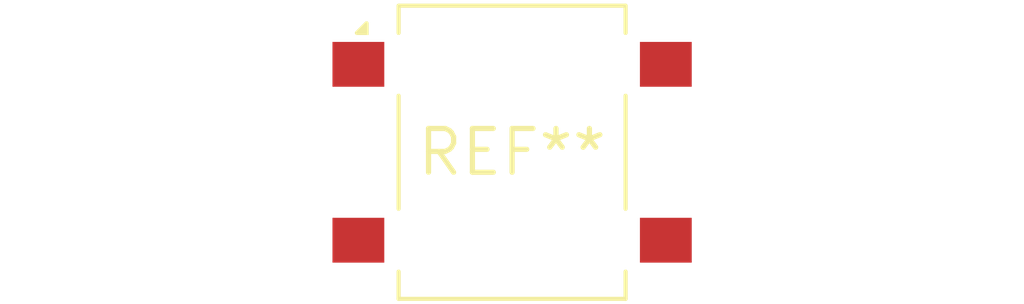
<source format=kicad_pcb>
(kicad_pcb (version 20240108) (generator pcbnew)
  (layers (0 "F.Cu" signal) (31 "B.Cu" signal) (34 "B.Paste" user) (35 "F.Paste" user) (36 "B.SilkS" user "B.Silkscreen") (37 "F.SilkS" user "F.Silkscreen") (38 "B.Mask" user) (39 "F.Mask" user) (44 "Edge.Cuts" user))
  (net 0 "")
  (footprint "Diode_Bridge_OnSemi_SDIP-4L" (layer "F.Cu") (at 0 0)
    (property "Reference" "REF**")
    (property "Value" "Diode_Bridge_OnSemi_SDIP-4L")
    (fp_line (start -3.285 -4.25) (end -3.285 -3.46) (layer "F.SilkS") (stroke (width 0.12)))
    (fp_line (start -3.285 -1.64) (end -3.285 1.64) (layer "F.SilkS") (stroke (width 0.12)))
    (fp_line (start -3.285 3.46) (end -3.285 4.25) (layer "F.SilkS") (stroke (width 0.12)))
    (fp_line (start -3.285 4.25) (end 3.285 4.25) (layer "F.SilkS") (stroke (width 0.12)))
    (fp_line (start -3.275 -4.25) (end 3.275 -4.25) (layer "F.SilkS") (stroke (width 0.12)))
    (fp_line (start 3.285 -3.46) (end 3.285 -4.25) (layer "F.SilkS") (stroke (width 0.12)))
    (fp_line (start 3.285 -1.64) (end 3.285 1.64) (layer "F.SilkS") (stroke (width 0.12)))
    (fp_line (start 3.285 4.25) (end 3.285 3.46) (layer "F.SilkS") (stroke (width 0.12)))
    (fp_poly (pts (xy -4.2125 -3.46) (xy -4.4925 -3.46) (xy -4.2125 -3.74) (xy -4.2125 -3.46)) (layer "F.SilkS") (stroke (width 0.12)) (fill solid))
    (pad "1" smd rect (at -4.45 -2.55) (size 1.5 1.3) (layers "F.Cu" "F.Paste" "F.Mask"))
    (pad "2" smd rect (at -4.45 2.55) (size 1.5 1.3) (layers "F.Cu" "F.Paste" "F.Mask"))
    (pad "3" smd rect (at 4.45 2.55) (size 1.5 1.3) (layers "F.Cu" "F.Paste" "F.Mask"))
    (pad "4" smd rect (at 4.45 -2.55) (size 1.5 1.3) (layers "F.Cu" "F.Paste" "F.Mask"))
  )
)
</source>
